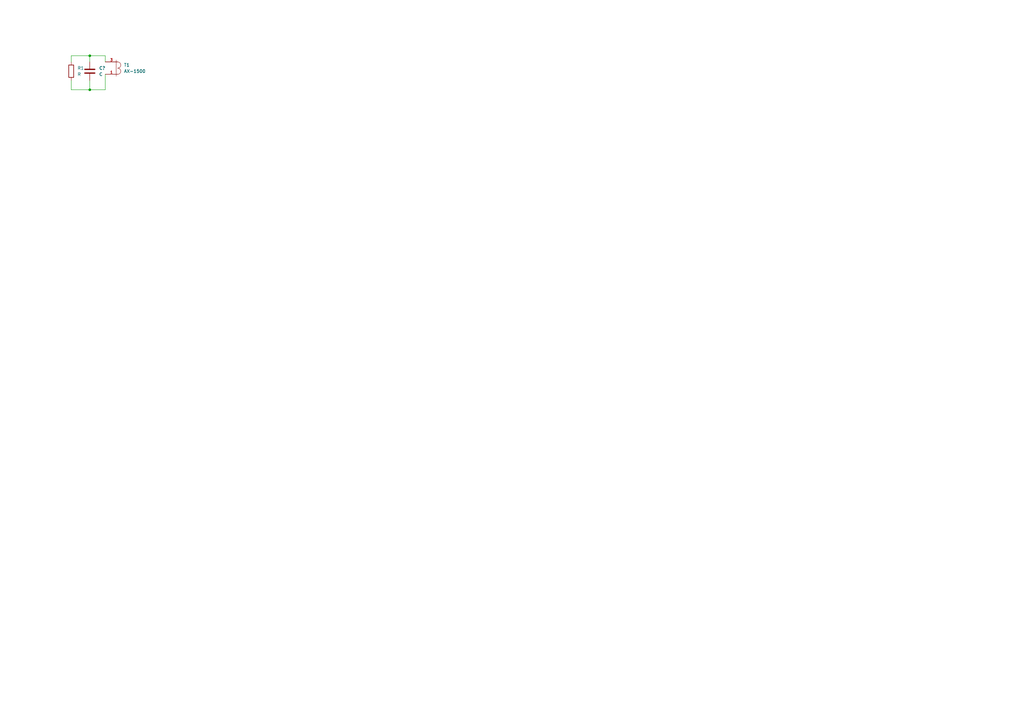
<source format=kicad_sch>
(kicad_sch (version 20211123) (generator eeschema)
  (paper "A3")
  (lib_symbols
    (symbol "AX-1500:AX-1500" (pin_names (offset 1.016) hide)
      (property "Reference" "T" (at -5.08 5.08 0))
      (property "Value" "AX-1500" (at -5.08 -6.35 0))
      (symbol "AX-1500_0_0"
        (arc (start -2.54 0) (mid -3.81 -1.27) (end -2.54 -2.54) (stroke (width 0.1524)))
        (arc (start -2.54 2.54) (mid -3.81 1.27) (end -2.54 0) (stroke (width 0.1524)))
        (polyline (pts (xy -1.905 -3.302) (xy -1.905 3.302)) (stroke (width 0.1524)))
        (pin passive line (at 2.54 2.54 180) (length 5.08) (name "~") (number "1"))
        (pin passive line (at 2.54 -2.54 180) (length 5.08) (name "~") (number "3"))
      )
    )
    (symbol "Device:C" (pin_numbers hide) (pin_names (offset 0.254))
      (property "Reference" "C" (at 0.635 2.54 0))
      (property "Value" "C" (at 0.635 -2.54 0))
      (symbol "C_0_1"
        (polyline (pts (xy -2.032 -0.762) (xy 2.032 -0.762)) (stroke (width 0.508)))
        (polyline (pts (xy -2.032 0.762) (xy 2.032 0.762)) (stroke (width 0.508)))
      )
      (symbol "C_1_1"
        (pin passive line (at 0 3.81 270) (length 2.794) (name "~") (number "1"))
        (pin passive line (at 0 -3.81 90) (length 2.794) (name "~") (number "2"))
      )
    )
    (symbol "Device:R" (pin_numbers hide) (pin_names (offset 0))
      (property "Reference" "R" (at 2.032 0 90))
      (property "Value" "R" (at 0 0 90))
      (symbol "R_0_1"
        (rectangle (start -1.016 -2.54) (end 1.016 2.54) (stroke (width 0.254)))
      )
      (symbol "R_1_1"
        (pin passive line (at 0 3.81 270) (length 1.27) (name "~") (number "1"))
        (pin passive line (at 0 -3.81 90) (length 1.27) (name "~") (number "2"))
      )
    )
  )
  (junction (at 36.83 22.86))
  (junction (at 36.83 36.83))
  (wire (pts (xy 36.83 22.86) (xy 43.18 22.86)))
  (wire (pts (xy 36.83 33.02) (xy 36.83 36.83)))
  (wire (pts (xy 29.21 22.86) (xy 36.83 22.86)))
  (wire (pts (xy 29.21 36.83) (xy 29.21 33.02)))
  (wire (pts (xy 29.21 36.83) (xy 36.83 36.83)))
  (wire (pts (xy 43.18 36.83) (xy 43.18 30.48)))
  (wire (pts (xy 29.21 25.4) (xy 29.21 22.86)))
  (wire (pts (xy 36.83 22.86) (xy 36.83 25.4)))
  (wire (pts (xy 36.83 36.83) (xy 43.18 36.83)))
  (wire (pts (xy 43.18 22.86) (xy 43.18 25.4)))
  (symbol (lib_id "AX-1500:AX-1500") (at 45.72 27.94 180) (unit 1)
    (property "Reference" "T1" (at 50.8 26.6699 0) (effects (justify right)))
    (property "Value" "AX-1500" (at 50.8 29.2099 0) (effects (justify right)))
    (property "Footprint" "INDRR1270W55L1720T953H2040" (effects hide))
    (property "MANUFACTURER" "Talema Group LLC" (effects hide))
    (property "MAXIMUM_PACKAGE_HEIGHT" "20.4mm" (effects hide))
    (property "STANDARD" "IPC-7351B" (effects hide))
    (property "PARTREV" "N/A" (effects hide))
  )
  (symbol (lib_id "Device:R") (at 29.21 29.21 0) (unit 1)
    (property "Reference" "R1" (at 31.75 27.9399 0) (effects (justify left)))
    (property "Value" "R" (at 31.75 30.4799 0) (effects (justify left)))
    (property "Footprint" "Resistor_SMD:R_0805_2012Metric" (effects hide))
  )
  (symbol (lib_id "Device:C") (at 36.83 29.21 0) (unit 1)
    (property "Reference" "C?" (at 40.64 27.9399 0) (effects (justify left)))
    (property "Value" "C" (at 40.64 30.4799 0) (effects (justify left)))
    (property "Footprint" "Capacitor_SMD:C_0805_2012Metric" (effects hide))
  )
)
</source>
